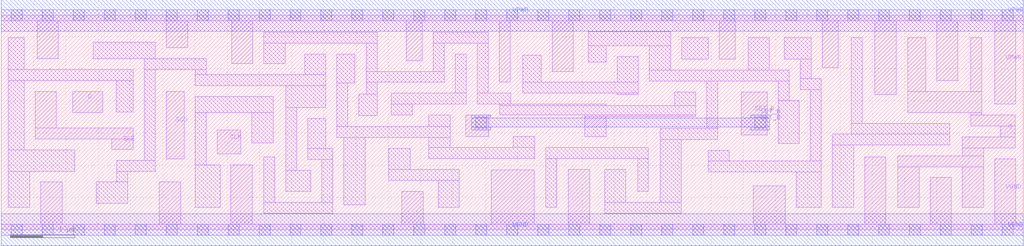
<source format=lef>
# Copyright 2020 The SkyWater PDK Authors
#
# Licensed under the Apache License, Version 2.0 (the "License");
# you may not use this file except in compliance with the License.
# You may obtain a copy of the License at
#
#     https://www.apache.org/licenses/LICENSE-2.0
#
# Unless required by applicable law or agreed to in writing, software
# distributed under the License is distributed on an "AS IS" BASIS,
# WITHOUT WARRANTIES OR CONDITIONS OF ANY KIND, either express or implied.
# See the License for the specific language governing permissions and
# limitations under the License.
#
# SPDX-License-Identifier: Apache-2.0

VERSION 5.7 ;
  NAMESCASESENSITIVE ON ;
  NOWIREEXTENSIONATPIN ON ;
  DIVIDERCHAR "/" ;
  BUSBITCHARS "[]" ;
UNITS
  DATABASE MICRONS 200 ;
END UNITS
MACRO sky130_fd_sc_ms__sdfstp_4
  CLASS CORE ;
  SOURCE USER ;
  FOREIGN sky130_fd_sc_ms__sdfstp_4 ;
  ORIGIN  0.000000  0.000000 ;
  SIZE  15.84000 BY  3.330000 ;
  SYMMETRY X Y ;
  SITE unit ;
  PIN D
    ANTENNAGATEAREA  0.178200 ;
    DIRECTION INPUT ;
    USE SIGNAL ;
    PORT
      LAYER li1 ;
        RECT 1.105000 1.820000 1.575000 2.150000 ;
    END
  END D
  PIN Q
    ANTENNADIFFAREA  1.133900 ;
    DIRECTION OUTPUT ;
    USE SIGNAL ;
    PORT
      LAYER li1 ;
        RECT 13.895000 0.350000 14.225000 0.980000 ;
        RECT 13.895000 0.980000 15.225000 1.150000 ;
        RECT 14.045000 1.820000 15.195000 2.150000 ;
        RECT 14.045000 2.150000 14.325000 2.980000 ;
        RECT 14.895000 0.350000 15.225000 0.980000 ;
        RECT 14.895000 1.150000 15.225000 1.270000 ;
        RECT 14.895000 1.270000 15.715000 1.440000 ;
        RECT 15.025000 1.610000 15.715000 1.780000 ;
        RECT 15.025000 1.780000 15.195000 1.820000 ;
        RECT 15.025000 2.150000 15.195000 2.980000 ;
        RECT 15.485000 1.440000 15.715000 1.610000 ;
    END
  END Q
  PIN SCD
    ANTENNAGATEAREA  0.178200 ;
    DIRECTION INPUT ;
    USE SIGNAL ;
    PORT
      LAYER li1 ;
        RECT 2.555000 1.100000 2.835000 2.150000 ;
    END
  END SCD
  PIN SCE
    ANTENNAGATEAREA  0.356400 ;
    DIRECTION INPUT ;
    USE SIGNAL ;
    PORT
      LAYER li1 ;
        RECT 0.525000 1.410000 2.045000 1.580000 ;
        RECT 0.525000 1.580000 0.855000 2.150000 ;
        RECT 1.715000 1.250000 2.045000 1.410000 ;
    END
  END SCE
  PIN SET_B
    ANTENNAGATEAREA  0.277200 ;
    DIRECTION INPUT ;
    USE SIGNAL ;
    PORT
      LAYER li1 ;
        RECT  7.195000 1.450000  7.555000 1.780000 ;
        RECT 11.470000 1.470000 11.870000 2.140000 ;
      LAYER mcon ;
        RECT  7.355000 1.580000  7.525000 1.750000 ;
        RECT 11.675000 1.580000 11.845000 1.750000 ;
      LAYER met1 ;
        RECT  7.295000 1.550000  7.585000 1.595000 ;
        RECT  7.295000 1.595000 11.905000 1.735000 ;
        RECT  7.295000 1.735000  7.585000 1.780000 ;
        RECT 11.615000 1.550000 11.905000 1.595000 ;
        RECT 11.615000 1.735000 11.905000 1.780000 ;
    END
  END SET_B
  PIN CLK
    ANTENNAGATEAREA  0.312600 ;
    DIRECTION INPUT ;
    USE CLOCK ;
    PORT
      LAYER li1 ;
        RECT 3.345000 1.180000 3.715000 1.550000 ;
    END
  END CLK
  PIN VGND
    DIRECTION INOUT ;
    USE GROUND ;
    PORT
      LAYER li1 ;
        RECT  0.000000 -0.085000 15.840000 0.085000 ;
        RECT  0.615000  0.085000  0.945000 0.740000 ;
        RECT  2.450000  0.085000  2.780000 0.740000 ;
        RECT  3.560000  0.085000  3.890000 1.010000 ;
        RECT  6.210000  0.085000  6.540000 0.600000 ;
        RECT  7.590000  0.085000  8.260000 0.930000 ;
        RECT  8.790000  0.085000  9.120000 0.940000 ;
        RECT 11.650000  0.085000 12.150000 0.680000 ;
        RECT 13.380000  0.085000 13.710000 1.130000 ;
        RECT 14.395000  0.085000 14.725000 0.810000 ;
        RECT 15.395000  0.085000 15.725000 1.100000 ;
      LAYER mcon ;
        RECT  0.155000 -0.085000  0.325000 0.085000 ;
        RECT  0.635000 -0.085000  0.805000 0.085000 ;
        RECT  1.115000 -0.085000  1.285000 0.085000 ;
        RECT  1.595000 -0.085000  1.765000 0.085000 ;
        RECT  2.075000 -0.085000  2.245000 0.085000 ;
        RECT  2.555000 -0.085000  2.725000 0.085000 ;
        RECT  3.035000 -0.085000  3.205000 0.085000 ;
        RECT  3.515000 -0.085000  3.685000 0.085000 ;
        RECT  3.995000 -0.085000  4.165000 0.085000 ;
        RECT  4.475000 -0.085000  4.645000 0.085000 ;
        RECT  4.955000 -0.085000  5.125000 0.085000 ;
        RECT  5.435000 -0.085000  5.605000 0.085000 ;
        RECT  5.915000 -0.085000  6.085000 0.085000 ;
        RECT  6.395000 -0.085000  6.565000 0.085000 ;
        RECT  6.875000 -0.085000  7.045000 0.085000 ;
        RECT  7.355000 -0.085000  7.525000 0.085000 ;
        RECT  7.835000 -0.085000  8.005000 0.085000 ;
        RECT  8.315000 -0.085000  8.485000 0.085000 ;
        RECT  8.795000 -0.085000  8.965000 0.085000 ;
        RECT  9.275000 -0.085000  9.445000 0.085000 ;
        RECT  9.755000 -0.085000  9.925000 0.085000 ;
        RECT 10.235000 -0.085000 10.405000 0.085000 ;
        RECT 10.715000 -0.085000 10.885000 0.085000 ;
        RECT 11.195000 -0.085000 11.365000 0.085000 ;
        RECT 11.675000 -0.085000 11.845000 0.085000 ;
        RECT 12.155000 -0.085000 12.325000 0.085000 ;
        RECT 12.635000 -0.085000 12.805000 0.085000 ;
        RECT 13.115000 -0.085000 13.285000 0.085000 ;
        RECT 13.595000 -0.085000 13.765000 0.085000 ;
        RECT 14.075000 -0.085000 14.245000 0.085000 ;
        RECT 14.555000 -0.085000 14.725000 0.085000 ;
        RECT 15.035000 -0.085000 15.205000 0.085000 ;
        RECT 15.515000 -0.085000 15.685000 0.085000 ;
      LAYER met1 ;
        RECT 0.000000 -0.245000 15.840000 0.245000 ;
    END
  END VGND
  PIN VPWR
    DIRECTION INOUT ;
    USE POWER ;
    PORT
      LAYER li1 ;
        RECT  0.000000 3.245000 15.840000 3.415000 ;
        RECT  0.555000 2.660000  0.885000 3.245000 ;
        RECT  2.560000 2.830000  2.890000 3.245000 ;
        RECT  3.570000 2.580000  3.900000 3.245000 ;
        RECT  6.275000 2.630000  6.525000 3.245000 ;
        RECT  7.715000 2.290000  7.885000 3.245000 ;
        RECT  8.535000 2.460000  8.865000 3.245000 ;
        RECT 11.125000 2.650000 11.375000 3.245000 ;
        RECT 12.720000 2.520000 12.970000 3.245000 ;
        RECT 13.540000 2.100000 13.870000 3.245000 ;
        RECT 14.495000 2.320000 14.825000 3.245000 ;
        RECT 15.395000 1.950000 15.725000 3.245000 ;
      LAYER mcon ;
        RECT  0.155000 3.245000  0.325000 3.415000 ;
        RECT  0.635000 3.245000  0.805000 3.415000 ;
        RECT  1.115000 3.245000  1.285000 3.415000 ;
        RECT  1.595000 3.245000  1.765000 3.415000 ;
        RECT  2.075000 3.245000  2.245000 3.415000 ;
        RECT  2.555000 3.245000  2.725000 3.415000 ;
        RECT  3.035000 3.245000  3.205000 3.415000 ;
        RECT  3.515000 3.245000  3.685000 3.415000 ;
        RECT  3.995000 3.245000  4.165000 3.415000 ;
        RECT  4.475000 3.245000  4.645000 3.415000 ;
        RECT  4.955000 3.245000  5.125000 3.415000 ;
        RECT  5.435000 3.245000  5.605000 3.415000 ;
        RECT  5.915000 3.245000  6.085000 3.415000 ;
        RECT  6.395000 3.245000  6.565000 3.415000 ;
        RECT  6.875000 3.245000  7.045000 3.415000 ;
        RECT  7.355000 3.245000  7.525000 3.415000 ;
        RECT  7.835000 3.245000  8.005000 3.415000 ;
        RECT  8.315000 3.245000  8.485000 3.415000 ;
        RECT  8.795000 3.245000  8.965000 3.415000 ;
        RECT  9.275000 3.245000  9.445000 3.415000 ;
        RECT  9.755000 3.245000  9.925000 3.415000 ;
        RECT 10.235000 3.245000 10.405000 3.415000 ;
        RECT 10.715000 3.245000 10.885000 3.415000 ;
        RECT 11.195000 3.245000 11.365000 3.415000 ;
        RECT 11.675000 3.245000 11.845000 3.415000 ;
        RECT 12.155000 3.245000 12.325000 3.415000 ;
        RECT 12.635000 3.245000 12.805000 3.415000 ;
        RECT 13.115000 3.245000 13.285000 3.415000 ;
        RECT 13.595000 3.245000 13.765000 3.415000 ;
        RECT 14.075000 3.245000 14.245000 3.415000 ;
        RECT 14.555000 3.245000 14.725000 3.415000 ;
        RECT 15.035000 3.245000 15.205000 3.415000 ;
        RECT 15.515000 3.245000 15.685000 3.415000 ;
      LAYER met1 ;
        RECT 0.000000 3.085000 15.840000 3.575000 ;
    END
  END VPWR
  OBS
    LAYER li1 ;
      RECT  0.105000 0.350000  0.445000 0.910000 ;
      RECT  0.105000 0.910000  1.140000 1.240000 ;
      RECT  0.105000 1.240000  0.355000 2.320000 ;
      RECT  0.105000 2.320000  2.045000 2.490000 ;
      RECT  0.105000 2.490000  0.355000 2.980000 ;
      RECT  1.425000 2.660000  2.385000 2.910000 ;
      RECT  1.475000 0.410000  1.960000 0.740000 ;
      RECT  1.785000 1.830000  2.045000 2.320000 ;
      RECT  1.790000 0.740000  1.960000 0.910000 ;
      RECT  1.790000 0.910000  2.385000 1.080000 ;
      RECT  2.215000 1.080000  2.385000 2.490000 ;
      RECT  2.215000 2.490000  3.175000 2.660000 ;
      RECT  3.005000 0.350000  3.390000 1.010000 ;
      RECT  3.005000 1.010000  3.175000 1.820000 ;
      RECT  3.005000 1.820000  4.215000 2.070000 ;
      RECT  3.005000 2.240000  5.030000 2.410000 ;
      RECT  3.005000 2.410000  3.175000 2.490000 ;
      RECT  3.885000 1.350000  4.215000 1.820000 ;
      RECT  4.070000 0.255000  5.140000 0.425000 ;
      RECT  4.070000 0.425000  4.240000 1.130000 ;
      RECT  4.070000 2.580000  4.400000 2.895000 ;
      RECT  4.070000 2.895000  5.830000 3.065000 ;
      RECT  4.410000 0.595000  4.800000 0.925000 ;
      RECT  4.410000 0.925000  4.580000 1.900000 ;
      RECT  4.410000 1.900000  5.030000 2.240000 ;
      RECT  4.700000 2.410000  5.030000 2.725000 ;
      RECT  4.750000 1.095000  5.140000 1.265000 ;
      RECT  4.750000 1.265000  5.030000 1.730000 ;
      RECT  4.970000 0.425000  5.140000 1.095000 ;
      RECT  5.200000 1.435000  6.955000 1.605000 ;
      RECT  5.200000 1.605000  5.370000 2.275000 ;
      RECT  5.200000 2.275000  5.480000 2.725000 ;
      RECT  5.310000 0.385000  5.640000 1.435000 ;
      RECT  5.540000 1.775000  5.830000 2.105000 ;
      RECT  5.660000 2.105000  5.830000 2.290000 ;
      RECT  5.660000 2.290000  6.865000 2.460000 ;
      RECT  5.660000 2.460000  5.830000 2.895000 ;
      RECT  6.005000 0.770000  7.100000 0.940000 ;
      RECT  6.005000 0.940000  6.335000 1.265000 ;
      RECT  6.040000 1.780000  6.370000 1.950000 ;
      RECT  6.040000 1.950000  7.205000 2.120000 ;
      RECT  6.625000 1.110000  8.265000 1.280000 ;
      RECT  6.625000 1.280000  6.955000 1.435000 ;
      RECT  6.625000 1.605000  6.955000 1.780000 ;
      RECT  6.695000 2.460000  6.865000 2.895000 ;
      RECT  6.695000 2.895000  7.545000 3.065000 ;
      RECT  6.770000 0.350000  7.100000 0.770000 ;
      RECT  7.035000 2.120000  7.205000 2.725000 ;
      RECT  7.375000 1.950000  7.895000 2.120000 ;
      RECT  7.375000 2.120000  7.545000 2.895000 ;
      RECT  7.725000 1.780000 10.765000 1.930000 ;
      RECT  7.725000 1.930000  9.375000 1.950000 ;
      RECT  7.935000 1.280000  8.265000 1.450000 ;
      RECT  8.085000 2.120000  9.875000 2.290000 ;
      RECT  8.085000 2.290000  8.365000 2.715000 ;
      RECT  8.440000 0.350000  8.610000 1.110000 ;
      RECT  8.440000 1.110000 10.030000 1.280000 ;
      RECT  9.045000 1.450000  9.375000 1.760000 ;
      RECT  9.045000 1.760000 10.765000 1.780000 ;
      RECT  9.095000 2.600000  9.375000 2.860000 ;
      RECT  9.095000 2.860000 10.375000 3.075000 ;
      RECT  9.350000 0.255000 10.540000 0.425000 ;
      RECT  9.350000 0.425000  9.680000 0.940000 ;
      RECT  9.545000 2.100000  9.875000 2.120000 ;
      RECT  9.545000 2.290000  9.875000 2.690000 ;
      RECT  9.860000 0.595000 10.030000 1.110000 ;
      RECT 10.045000 2.310000 12.210000 2.480000 ;
      RECT 10.045000 2.480000 10.375000 2.860000 ;
      RECT 10.210000 0.425000 10.540000 1.400000 ;
      RECT 10.210000 1.400000 11.105000 1.570000 ;
      RECT 10.435000 1.930000 10.765000 2.135000 ;
      RECT 10.545000 2.650000 10.955000 2.980000 ;
      RECT 10.935000 1.570000 11.105000 2.310000 ;
      RECT 10.955000 0.900000 12.710000 1.070000 ;
      RECT 10.955000 1.070000 11.285000 1.230000 ;
      RECT 11.575000 2.480000 11.905000 2.980000 ;
      RECT 12.040000 1.340000 12.370000 2.010000 ;
      RECT 12.040000 2.010000 12.210000 2.310000 ;
      RECT 12.135000 2.650000 12.550000 2.980000 ;
      RECT 12.320000 0.350000 12.710000 0.900000 ;
      RECT 12.380000 2.180000 12.710000 2.350000 ;
      RECT 12.380000 2.350000 12.550000 2.650000 ;
      RECT 12.540000 1.070000 12.710000 2.180000 ;
      RECT 12.880000 0.350000 13.210000 1.320000 ;
      RECT 12.880000 1.320000 14.695000 1.490000 ;
      RECT 13.170000 1.490000 14.695000 1.650000 ;
      RECT 13.170000 1.650000 13.340000 2.980000 ;
  END
END sky130_fd_sc_ms__sdfstp_4

</source>
